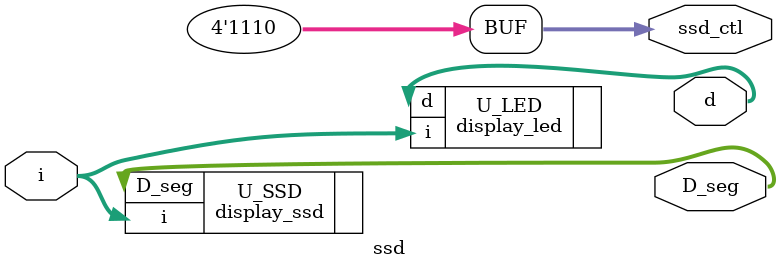
<source format=v>
`timescale 1ns / 1ps


module ssd(ssd_ctl, D_seg, d, i);
output [3:0] ssd_ctl;
output [7:0] D_seg;
output [3:0] d;
input [3:0] i;

assign ssd_ctl = 4'b1110;
display_ssd U_SSD(.D_seg(D_seg), .i(i));
display_led U_LED(.d(d), .i(i));

endmodule

</source>
